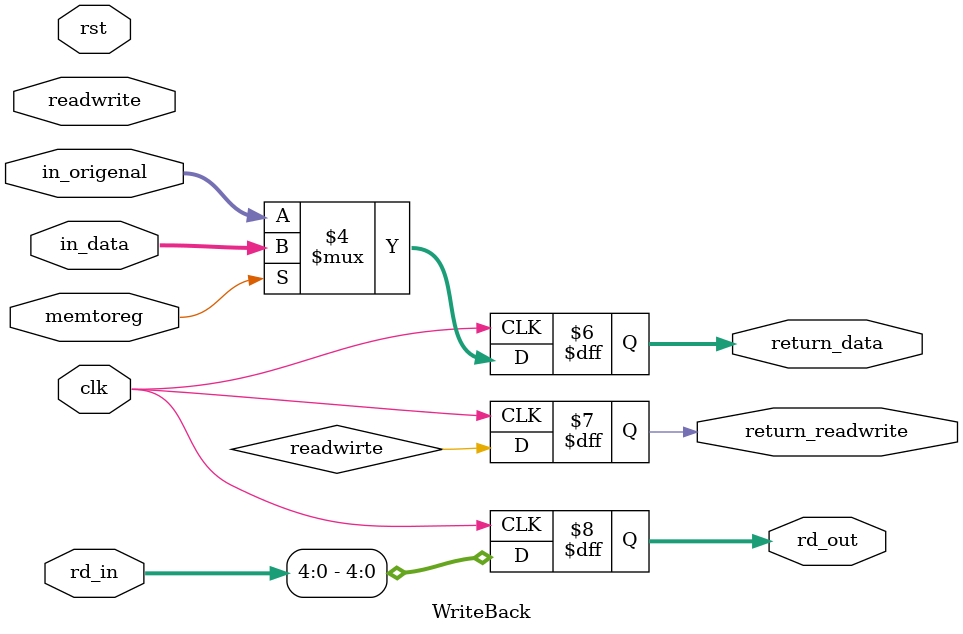
<source format=v>
module WriteBack #(
    parameter BW = 32
)(
    input   wire                clk, rst,
    input   wire                memtoreg,
    input   wire                readwrite,
    input   wire    [BW - 1:0]  in_data,
    input   wire    [BW - 1:0]  in_origenal,
    input   wire    [BW - 1:0]  rd_in,

    output  reg                 return_readwrite,
    output  reg     [BW - 1:0]  return_data,
    output  reg     [4:0]       rd_out
);

    always @ (posedge clk)
    begin
        return_readwrite <= readwirte;
        rd_out           <= rd_in;
    end

    always @ (posedge clk)
    begin
        if (memtoreg)
        begin
            return_data <= in_data;
        end

        else
        begin
            return_data <= in_origenal;
        end
    end

endmodule
</source>
